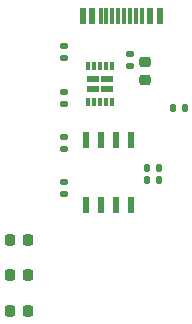
<source format=gbr>
%TF.GenerationSoftware,KiCad,Pcbnew,8.0.6*%
%TF.CreationDate,2024-11-26T15:25:50+01:00*%
%TF.ProjectId,PD_trigger-board,50445f74-7269-4676-9765-722d626f6172,rev?*%
%TF.SameCoordinates,Original*%
%TF.FileFunction,Paste,Top*%
%TF.FilePolarity,Positive*%
%FSLAX46Y46*%
G04 Gerber Fmt 4.6, Leading zero omitted, Abs format (unit mm)*
G04 Created by KiCad (PCBNEW 8.0.6) date 2024-11-26 15:25:50*
%MOMM*%
%LPD*%
G01*
G04 APERTURE LIST*
G04 Aperture macros list*
%AMRoundRect*
0 Rectangle with rounded corners*
0 $1 Rounding radius*
0 $2 $3 $4 $5 $6 $7 $8 $9 X,Y pos of 4 corners*
0 Add a 4 corners polygon primitive as box body*
4,1,4,$2,$3,$4,$5,$6,$7,$8,$9,$2,$3,0*
0 Add four circle primitives for the rounded corners*
1,1,$1+$1,$2,$3*
1,1,$1+$1,$4,$5*
1,1,$1+$1,$6,$7*
1,1,$1+$1,$8,$9*
0 Add four rect primitives between the rounded corners*
20,1,$1+$1,$2,$3,$4,$5,0*
20,1,$1+$1,$4,$5,$6,$7,0*
20,1,$1+$1,$6,$7,$8,$9,0*
20,1,$1+$1,$8,$9,$2,$3,0*%
G04 Aperture macros list end*
%ADD10RoundRect,0.135000X-0.185000X0.135000X-0.185000X-0.135000X0.185000X-0.135000X0.185000X0.135000X0*%
%ADD11R,0.600000X1.450000*%
%ADD12R,0.300000X1.450000*%
%ADD13RoundRect,0.135000X0.135000X0.185000X-0.135000X0.185000X-0.135000X-0.185000X0.135000X-0.185000X0*%
%ADD14RoundRect,0.135000X-0.135000X-0.185000X0.135000X-0.185000X0.135000X0.185000X-0.135000X0.185000X0*%
%ADD15R,0.558800X1.460500*%
%ADD16RoundRect,0.225000X0.225000X0.250000X-0.225000X0.250000X-0.225000X-0.250000X0.225000X-0.250000X0*%
%ADD17R,1.050000X0.600000*%
%ADD18R,0.300000X0.650000*%
%ADD19RoundRect,0.225000X-0.250000X0.225000X-0.250000X-0.225000X0.250000X-0.225000X0.250000X0.225000X0*%
G04 APERTURE END LIST*
D10*
%TO.C,R5*%
X135375000Y-85380000D03*
X135375000Y-86400000D03*
%TD*%
%TO.C,R7*%
X135375000Y-93080000D03*
X135375000Y-94100000D03*
%TD*%
D11*
%TO.C,J1*%
X143443000Y-82867000D03*
X142643000Y-82867000D03*
D12*
X141443000Y-82867000D03*
X140443000Y-82867000D03*
X139943000Y-82867000D03*
X138943000Y-82867000D03*
D11*
X137743000Y-82867000D03*
X136943000Y-82867000D03*
X136943000Y-82867000D03*
X137743000Y-82867000D03*
D12*
X138443000Y-82867000D03*
X139443000Y-82867000D03*
X140943000Y-82867000D03*
X141943000Y-82867000D03*
D11*
X142643000Y-82867000D03*
X143443000Y-82867000D03*
%TD*%
D10*
%TO.C,R6*%
X135375000Y-89280000D03*
X135375000Y-90300000D03*
%TD*%
D13*
%TO.C,R3*%
X143410000Y-95700000D03*
X142390000Y-95700000D03*
%TD*%
D10*
%TO.C,R1*%
X140900000Y-86072000D03*
X140900000Y-87092000D03*
%TD*%
D14*
%TO.C,R2*%
X144540000Y-90600000D03*
X145560000Y-90600000D03*
%TD*%
D15*
%TO.C,U2*%
X141005000Y-93357850D03*
X139735000Y-93357850D03*
X138465000Y-93357850D03*
X137195000Y-93357850D03*
X137195000Y-98806150D03*
X138465000Y-98806150D03*
X139735000Y-98806150D03*
X141005000Y-98806150D03*
%TD*%
D16*
%TO.C,C2*%
X132315000Y-101772000D03*
X130765000Y-101772000D03*
%TD*%
D10*
%TO.C,R8*%
X135345000Y-96890000D03*
X135345000Y-97910000D03*
%TD*%
D17*
%TO.C,U1*%
X139020000Y-88207000D03*
X137780000Y-88207000D03*
X139020000Y-88982000D03*
X137780000Y-88982000D03*
D18*
X139400000Y-87044500D03*
X138900000Y-87044500D03*
X138400000Y-87044500D03*
X137900000Y-87044500D03*
X137400000Y-87044500D03*
X137400000Y-90144500D03*
X137900000Y-90144500D03*
X138400000Y-90144500D03*
X138900000Y-90144500D03*
X139400000Y-90144500D03*
%TD*%
D14*
%TO.C,R4*%
X142390000Y-96700000D03*
X143410000Y-96700000D03*
%TD*%
D16*
%TO.C,C4*%
X132315000Y-107792000D03*
X130765000Y-107792000D03*
%TD*%
%TO.C,C3*%
X132315000Y-104782000D03*
X130765000Y-104782000D03*
%TD*%
D19*
%TO.C,C1*%
X142200000Y-86725000D03*
X142200000Y-88275000D03*
%TD*%
M02*

</source>
